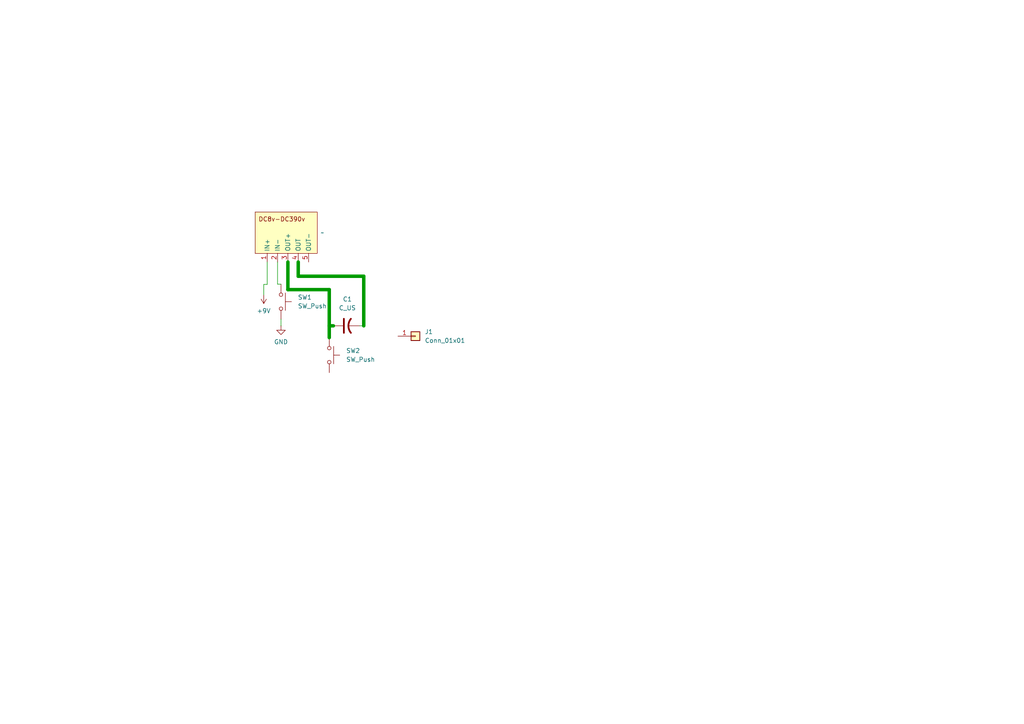
<source format=kicad_sch>
(kicad_sch (version 20250114) (generator "eeschema") (generator_version "9.0")
  (paper "A4")
  (lib_symbols
    (symbol "Connector_Generic:Conn_01x01" (pin_names (offset 1.016) (hide yes))
      (property "Reference" "J" (at 0 2.54 0))
      (property "Value" "Conn_01x01" (at 0 -2.54 0))
      (symbol "Conn_01x01_1_1"
        (rectangle (start -1.27 1.27) (end 1.27 -1.27) (stroke (width 0.254)) (fill (type background)))
        (rectangle (start -1.27 0.127) (end 0 -0.127) (stroke (width 0.1524)))
        (pin passive line (at -5.08 0 0) (length 3.81) (name "Pin_1") (number "1"))
      )
    )
    (symbol "Device:C_US" (pin_numbers (hide yes)) (pin_names (offset 0.254) (hide yes))
      (property "Reference" "C" (at 0.635 2.54 0))
      (property "Value" "C_US" (at 0.635 -2.54 0))
      (symbol "C_US_0_1"
        (polyline (pts (xy -2.032 0.762) (xy 2.032 0.762)) (stroke (width 0.508)))
        (arc (start -2.032 -1.27) (mid 0 -0.5572) (end 2.032 -1.27) (stroke (width 0.508)))
      )
      (symbol "C_US_1_1"
        (pin passive line (at 0 3.81 270) (length 2.794) (name "~") (number "1"))
        (pin passive line (at 0 -3.81 90) (length 3.302) (name "~") (number "2"))
      )
    )
    (symbol "KS_Maker:DC-DC390v_transformer"
      (symbol "DC-DC390v_transformer_1_1"
        (rectangle (start -8 14.5) (end 10 2.5) (fill (type background)))
        (text "DC8v-DC390v" (at -0.254 12.446 0) (effects (font (size 1.27 1.27))))
        (pin power_in line (at -4.5 0 90) (length 2.54) (name "IN+") (number "1"))
        (pin power_out line (at -1.5 0 90) (length 2.54) (name "IN-") (number "2"))
        (pin power_in line (at 1.5 0 90) (length 2.54) (name "OUT+") (number "3"))
        (pin bidirectional line (at 4.5 0 90) (length 2.54) (name "OUT") (number "4"))
        (pin power_out line (at 7.5 0 90) (length 2.54) (name "OUT-") (number "5"))
      )
    )
    (symbol "Switch:SW_Push" (pin_numbers (hide yes)) (pin_names (offset 1.016) (hide yes))
      (property "Reference" "SW" (at 1.27 2.54 0))
      (property "Value" "SW_Push" (at 0 -1.524 0))
      (symbol "SW_Push_0_1"
        (circle (center -2.032 0) (radius 0.508))
        (polyline (pts (xy 0 1.27) (xy 0 3.048)))
        (circle (center 2.032 0) (radius 0.508))
        (polyline (pts (xy 2.54 1.27) (xy -2.54 1.27)))
        (pin passive line (at -5.08 0 0) (length 2.54) (name "1") (number "1"))
        (pin passive line (at 5.08 0 180) (length 2.54) (name "2") (number "2"))
      )
    )
    (symbol "power:+9V" (power) (pin_numbers (hide yes)) (pin_names (offset 0) (hide yes))
      (property "Value" "+9V" (at 0 3.556 0))
      (symbol "+9V_0_1"
        (polyline (pts (xy -0.762 1.27) (xy 0 2.54)))
        (polyline (pts (xy 0 2.54) (xy 0.762 1.27)))
        (polyline (pts (xy 0 0) (xy 0 2.54)))
      )
      (symbol "+9V_1_1"
        (pin power_in line (at 0 0 90) (length 0) (name "~") (number "1"))
      )
    )
    (symbol "power:GND" (power) (pin_numbers (hide yes)) (pin_names (offset 0) (hide yes))
      (property "Value" "GND" (at 0 -3.81 0))
      (symbol "GND_0_1"
        (polyline (pts (xy 0 0) (xy 0 -1.27) (xy 1.27 -1.27) (xy 0 -2.54) (xy -1.27 -1.27) (xy 0 -1.27)))
      )
      (symbol "GND_1_1"
        (pin power_in line (at 0 0 270) (length 0) (name "~") (number "1"))
      )
    )
  )
  (junction (at 95.5 94.5))
  (wire (pts (xy 83.5 84) (xy 95.5 84)) (stroke (width 1)))
  (wire (pts (xy 80.5 82.42) (xy 80.5 76)))
  (wire (pts (xy 76.5 82.5) (xy 77.5 82.5)))
  (wire (pts (xy 76.5 85.5) (xy 76.5 82.5)))
  (wire (pts (xy 86.5 80.12) (xy 105.5 80.12)) (stroke (width 1)))
  (wire (pts (xy 105.5 80.12) (xy 105.5 94.5)) (stroke (width 1)))
  (wire (pts (xy 81.5 92.58) (xy 81.5 94.5)))
  (wire (pts (xy 77.5 76) (xy 77.5 82.5)))
  (wire (pts (xy 95.5 84) (xy 95.5 94.5)) (stroke (width 1)))
  (wire (pts (xy 80.5 82.42) (xy 81.5 82.42)))
  (wire (pts (xy 105.5 94.5) (xy 104.31 94.5)))
  (wire (pts (xy 95.5 94.5) (xy 96.69 94.5)) (stroke (width 1)))
  (wire (pts (xy 83.5 76) (xy 83.5 84)) (stroke (width 1)))
  (wire (pts (xy 86.5 76) (xy 86.5 80.12)) (stroke (width 1)))
  (wire (pts (xy 95.5 97.92) (xy 95.5 94.5)) (stroke (width 1)))
  (symbol (lib_id "power:+9V") (at 76.5 85.5 180) (unit 1)
    (property "Reference" "#PWR01" (effects (hide yes)))
    (property "Value" "+9V" (at 76.5 90.17 0))
    (property "Description" "Power symbol creates a global label with name \"+9V\"" (effects (hide yes)))
  )
  (symbol (lib_id "Device:C_US") (at 100.5 94.5 90) (unit 1)
    (property "Reference" "C1" (at 100.754 86.78 90))
    (property "Value" "C_US" (at 100.754 89.32 90))
    (property "Description" "capacitor, US symbol" (effects (hide yes)))
  )
  (symbol (lib_id "KS_Maker:DC-DC390v_transformer") (at 82 76 0) (unit 1)
    (property "Reference" "U1" (effects (hide yes)))
    (property "Value" "~" (at 92.95 67.5 0) (effects (justify left)))
  )
  (symbol (lib_id "power:GND") (at 81.5 94.5 0) (unit 1)
    (property "Reference" "#PWR02" (effects (hide yes)))
    (property "Value" "GND" (at 81.5 99.17 0))
    (property "Description" "Power symbol creates a global label with name \"GND\" , ground" (effects (hide yes)))
  )
  (symbol (lib_id "Connector_Generic:Conn_01x01") (at 120.5 97.5 0) (unit 1)
    (property "Reference" "J1" (at 123.19 96.2299 0) (effects (justify left)))
    (property "Value" "Conn_01x01" (at 123.19 98.7699 0) (effects (justify left)))
    (property "Description" "Generic connector, single row, 01x01, script generated (kicad-library-utils/schlib/autogen/connector/)" (effects (hide yes)))
  )
  (symbol (lib_id "Switch:SW_Push") (at 81.5 87.5 270) (unit 1)
    (property "Reference" "SW1" (at 86.36 86.2299 90) (effects (justify left)))
    (property "Value" "SW_Push" (at 86.36 88.7699 90) (effects (justify left)))
    (property "Description" "Push button switch, generic, two pins" (effects (hide yes)))
  )
  (symbol (lib_id "Switch:SW_Push") (at 95.5 103 270) (unit 1)
    (property "Reference" "SW2" (at 100.36 101.7299 90) (effects (justify left)))
    (property "Value" "SW_Push" (at 100.36 104.2699 90) (effects (justify left)))
    (property "Description" "Push button switch, generic, two pins" (effects (hide yes)))
  )
)
</source>
